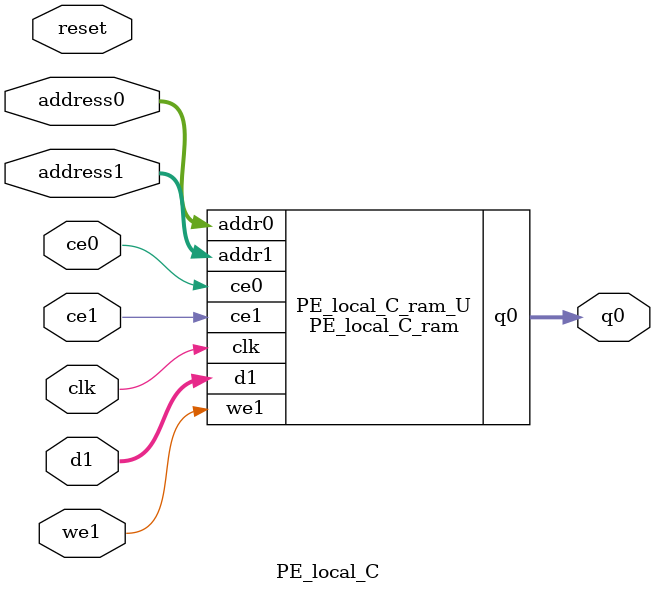
<source format=v>
`timescale 1 ns / 1 ps
module PE_local_C_ram (addr0, ce0, q0, addr1, ce1, d1, we1,  clk);

parameter DWIDTH = 32;
parameter AWIDTH = 6;
parameter MEM_SIZE = 64;

input[AWIDTH-1:0] addr0;
input ce0;
output reg[DWIDTH-1:0] q0;
input[AWIDTH-1:0] addr1;
input ce1;
input[DWIDTH-1:0] d1;
input we1;
input clk;

(* ram_style = "block" *)reg [DWIDTH-1:0] ram[0:MEM_SIZE-1];




always @(posedge clk)  
begin 
    if (ce0) begin
        q0 <= ram[addr0];
    end
end


always @(posedge clk)  
begin 
    if (ce1) begin
        if (we1) 
            ram[addr1] <= d1; 
    end
end


endmodule

`timescale 1 ns / 1 ps
module PE_local_C(
    reset,
    clk,
    address0,
    ce0,
    q0,
    address1,
    ce1,
    we1,
    d1);

parameter DataWidth = 32'd32;
parameter AddressRange = 32'd64;
parameter AddressWidth = 32'd6;
input reset;
input clk;
input[AddressWidth - 1:0] address0;
input ce0;
output[DataWidth - 1:0] q0;
input[AddressWidth - 1:0] address1;
input ce1;
input we1;
input[DataWidth - 1:0] d1;



PE_local_C_ram PE_local_C_ram_U(
    .clk( clk ),
    .addr0( address0 ),
    .ce0( ce0 ),
    .q0( q0 ),
    .addr1( address1 ),
    .ce1( ce1 ),
    .we1( we1 ),
    .d1( d1 ));

endmodule


</source>
